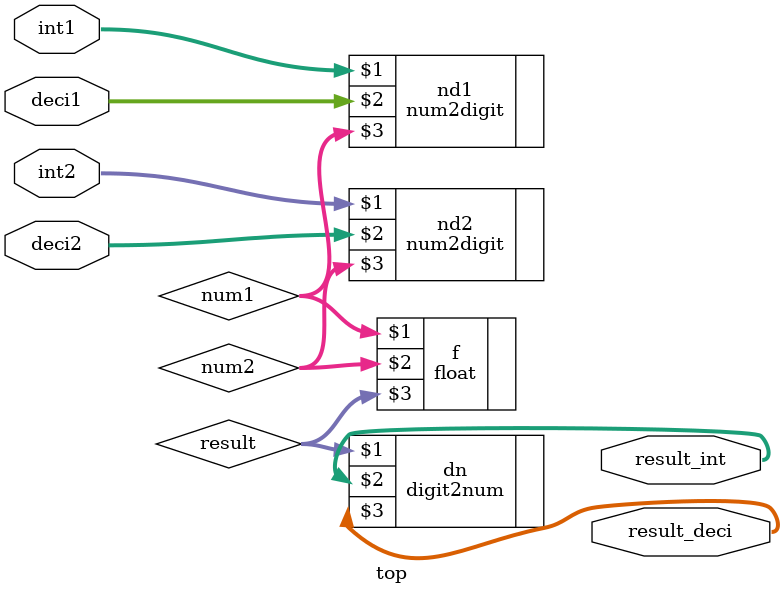
<source format=v>
`timescale 1ns / 1ps


module top(
	input [10:0] int1,
	input [12:0] deci1,
	input [10:0] int2,
	input [12:0] deci2,
	output [10:0] result_int,
	output [12:0] result_deci
    );

	wire [31:0] num1, num2;
	wire [31:0] result;

	num2digit nd1 (int1, deci1, num1);
	num2digit nd2 (int2, deci2, num2);

	float f (num1, num2, result);
	digit2num dn (result, result_int, result_deci);

endmodule

</source>
